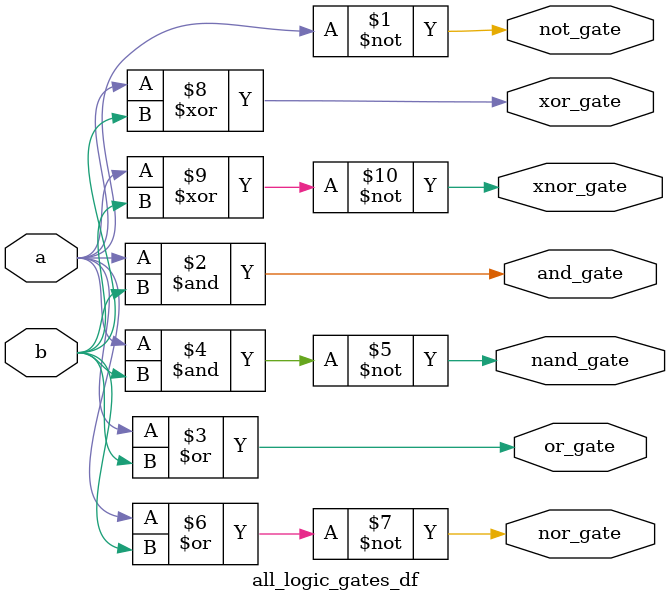
<source format=v>
module all_logic_gates_df(input a,b,
                       output not_gate,
                       output and_gate,
                       output or_gate,
                       output nand_gate,
                       output nor_gate,
                       output xor_gate,
                       output xnor_gate);
  
  assign not_gate = ~ a;
  assign and_gate = a & b;
  assign or_gate = a|b;
  assign nand_gate = ~(a&b);
  assign nor_gate = ~(a|b);
  assign xor_gate = a^b;
  assign xnor_gate = ~(a^b);
  
endmodule

  

</source>
